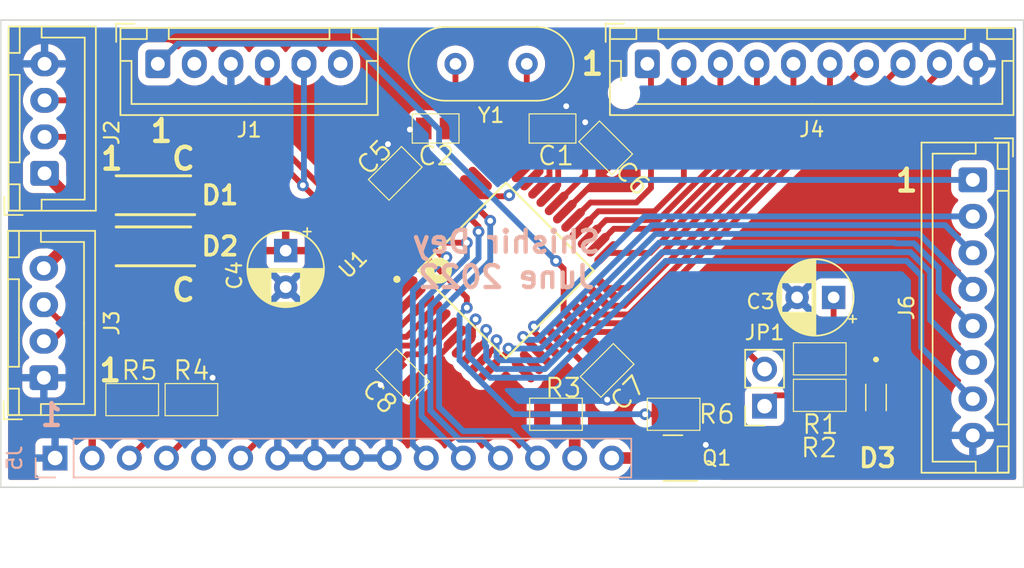
<source format=kicad_pcb>
(kicad_pcb (version 20211014) (generator pcbnew)
  (layers (0 "F.Cu" signal) (31 "B.Cu" signal) (34 "B.Paste" user) (35 "F.Paste" user) (36 "B.SilkS" user "B.Silkscreen") (37 "F.SilkS" user "F.Silkscreen") (38 "B.Mask" user) (39 "F.Mask" user) (44 "Edge.Cuts" user))
  (net 0 "")
  (net 1 "CLKIN")
  (net 2 "GND")
  (net 3 "CLKOUT")
  (net 4 "Net-(C3-Pad1)")
  (net 5 "+5V")
  (net 6 "UART1_+5V")
  (net 7 "UART2_+5V")
  (net 8 "PICkit4_MCLR")
  (net 9 "PICkit4_VDD")
  (net 10 "PICkit4_PGD")
  (net 11 "PICkit4_PGC")
  (net 13 "UART2_RX")
  (net 14 "UART2_TX")
  (net 15 "ADC0")
  (net 16 "ADC1")
  (net 17 "ADC2")
  (net 18 "ADC3")
  (net 19 "ADC4")
  (net 20 "ADC5")
  (net 21 "ADC6")
  (net 22 "ADC7")
  (net 23 "ADC8")
  (net 24 "Net-(J5-Pad3)")
  (net 25 "LCD_CS_RS")
  (net 26 "LCD_WR_ENABLE")
  (net 27 "LCD_DATA0")
  (net 28 "LCD_DATA1")
  (net 29 "LCD_DATA2")
  (net 30 "LCD_DATA3")
  (net 31 "Net-(J5-Pad15)")
  (net 32 "Net-(J5-Pad16)")
  (net 33 "PWM1L")
  (net 34 "PWM1H")
  (net 35 "PWM2L")
  (net 36 "PWM2H")
  (net 37 "PWM3L")
  (net 38 "PWM3H")
  (net 39 "FAULT")
  (net 40 "Net-(JP1-Pad1)")
  (net 41 "Net-(Q1-Pad1)")
  (net 42 "LCD_BACKLIGHT")
  (footprint "ComponentSearchEngine:RESC2012X60N" (layer "F.Cu") (at 170.05 139)
    (fp_text reference "R6" (at 2.95 0) (layer "F.SilkS") (effects (font (size 1.27 1.27))))
    (fp_text value "22E" hide)
    (pad "1" smd rect locked (at -0.95 0) (size 1.1 1.55) (layers "F.Cu" "F.Paste" "F.Mask") (net 42 "LCD_BACKLIGHT"))
    (pad "2" smd rect locked (at 0.95 0) (size 1.1 1.55) (layers "F.Cu" "F.Paste" "F.Mask") (net 41 "Net-(Q1-Pad1)"))
  )
  (footprint "Crystal:Crystal_HC49-U_Vertical" (layer "F.Cu") (at 160 115 180)
    (fp_text reference "Y1" (at 2.44 -3.525) (layer "F.SilkS"))
    (fp_text value "Crystal")
    (pad "1" thru_hole circle locked (at 0 0 180) (size 1.5 1.5) (drill 0.8) (layers *.Cu *.Mask) (net 1 "CLKIN"))
    (pad "2" thru_hole circle locked (at 4.88 0 180) (size 1.5 1.5) (drill 0.8) (layers *.Cu *.Mask) (net 3 "CLKOUT"))
  )
  (footprint "dsPIC30F3011:Microchip-DSPIC30F3011-30I_PT-Level_A" (layer "F.Cu") (at 158.572756 129.15481 45)
    (fp_text reference "U1" (at -8.199998 -7.7 45) (layer "F.SilkS") (effects (justify left)))
    (fp_text value "DSPIC30F3011-30I_PT" hide)
    (pad "1" smd roundrect locked (at -5.699999 -4.000001 315) (size 0.599999 2.050001) (layers "F.Cu" "F.Paste" "F.Mask") (roundrect_rratio 0.5) (net 11 "PICkit4_PGC"))
    (pad "2" smd roundrect locked (at -5.699999 -3.200001 315) (size 0.599999 2.050001) (layers "F.Cu" "F.Paste" "F.Mask") (roundrect_rratio 0.5) (net 14 "UART2_TX"))
    (pad "3" smd roundrect locked (at -5.699999 -2.4 315) (size 0.599999 2.050001) (layers "F.Cu" "F.Paste" "F.Mask") (roundrect_rratio 0.5) (net 13 "UART2_RX"))
    (pad "4" smd roundrect locked (at -5.699999 -1.600002 315) (size 0.599999 2.050001) (layers "F.Cu" "F.Paste" "F.Mask") (roundrect_rratio 0.5) (net 25 "LCD_CS_RS"))
    (pad "5" smd roundrect locked (at -5.699999 -0.800001 315) (size 0.599999 2.050001) (layers "F.Cu" "F.Paste" "F.Mask") (roundrect_rratio 0.5) (net 26 "LCD_WR_ENABLE"))
    (pad "6" smd roundrect locked (at -5.699999 -0.000004 315) (size 0.599999 2.050001) (layers "F.Cu" "F.Paste" "F.Mask") (roundrect_rratio 0.5) (net 2 "GND"))
    (pad "7" smd roundrect locked (at -5.699999 0.799998 315) (size 0.599999 2.050001) (layers "F.Cu" "F.Paste" "F.Mask") (roundrect_rratio 0.5) (net 5 "+5V"))
    (pad "8" smd roundrect locked (at -5.699999 1.599999 315) (size 0.599999 2.050001) (layers "F.Cu" "F.Paste" "F.Mask") (roundrect_rratio 0.5) (net 38 "PWM3H"))
    (pad "9" smd roundrect locked (at -5.699999 2.399998 315) (size 0.599999 2.050001) (layers "F.Cu" "F.Paste" "F.Mask") (roundrect_rratio 0.5) (net 37 "PWM3L"))
    (pad "10" smd roundrect locked (at -5.699999 3.199999 315) (size 0.599999 2.050001) (layers "F.Cu" "F.Paste" "F.Mask") (roundrect_rratio 0.5) (net 36 "PWM2H"))
    (pad "11" smd roundrect locked (at -5.699999 4 315) (size 0.599999 2.050001) (layers "F.Cu" "F.Paste" "F.Mask") (roundrect_rratio 0.5) (net 35 "PWM2L"))
    (pad "12" smd roundrect locked (at -4 5.699999 45) (size 0.599999 2.050001) (layers "F.Cu" "F.Paste" "F.Mask") (roundrect_rratio 0.5))
    (pad "13" smd roundrect locked (at -3.199999 5.699999 45) (size 0.599999 2.050001) (layers "F.Cu" "F.Paste" "F.Mask") (roundrect_rratio 0.5))
    (pad "14" smd roundrect locked (at -2.399998 5.699999 45) (size 0.599999 2.050001) (layers "F.Cu" "F.Paste" "F.Mask") (roundrect_rratio 0.5) (net 34 "PWM1H"))
    (pad "15" smd roundrect locked (at -1.599999 5.699999 45) (size 0.599999 2.050001) (layers "F.Cu" "F.Paste" "F.Mask") (roundrect_rratio 0.5) (net 33 "PWM1L"))
    (pad "16" smd roundrect locked (at -0.799998 5.699999 45) (size 0.599999 2.050001) (layers "F.Cu" "F.Paste" "F.Mask") (roundrect_rratio 0.5) (net 2 "GND"))
    (pad "17" smd roundrect locked (at 0.000001 5.699999 45) (size 0.599999 2.050001) (layers "F.Cu" "F.Paste" "F.Mask") (roundrect_rratio 0.5) (net 5 "+5V"))
    (pad "18" smd roundrect locked (at 0.800001 5.699999 45) (size 0.599999 2.050001) (layers "F.Cu" "F.Paste" "F.Mask") (roundrect_rratio 0.5) (net 8 "PICkit4_MCLR"))
    (pad "19" smd roundrect locked (at 1.600002 5.699999 45) (size 0.599999 2.050001) (layers "F.Cu" "F.Paste" "F.Mask") (roundrect_rratio 0.5) (net 15 "ADC0"))
    (pad "20" smd roundrect locked (at 2.4 5.699999 45) (size 0.599999 2.050001) (layers "F.Cu" "F.Paste" "F.Mask") (roundrect_rratio 0.5) (net 16 "ADC1"))
    (pad "21" smd roundrect locked (at 3.200001 5.699999 45) (size 0.599999 2.050001) (layers "F.Cu" "F.Paste" "F.Mask") (roundrect_rratio 0.5) (net 17 "ADC2"))
    (pad "22" smd roundrect locked (at 4.000001 5.699999 45) (size 0.599999 2.050001) (layers "F.Cu" "F.Paste" "F.Mask") (roundrect_rratio 0.5) (net 18 "ADC3"))
    (pad "23" smd roundrect locked (at 5.700001 4 315) (size 0.599999 2.050001) (layers "F.Cu" "F.Paste" "F.Mask") (roundrect_rratio 0.5) (net 19 "ADC4"))
    (pad "24" smd roundrect locked (at 5.700001 3.199999 315) (size 0.599999 2.050001) (layers "F.Cu" "F.Paste" "F.Mask") (roundrect_rratio 0.5) (net 20 "ADC5"))
    (pad "25" smd roundrect locked (at 5.700001 2.399998 315) (size 0.599999 2.050001) (layers "F.Cu" "F.Paste" "F.Mask") (roundrect_rratio 0.5) (net 21 "ADC6"))
    (pad "26" smd roundrect locked (at 5.700001 1.599999 315) (size 0.599999 2.050001) (layers "F.Cu" "F.Paste" "F.Mask") (roundrect_rratio 0.5) (net 22 "ADC7"))
    (pad "27" smd roundrect locked (at 5.700001 0.799998 315) (size 0.599999 2.050001) (layers "F.Cu" "F.Paste" "F.Mask") (roundrect_rratio 0.5) (net 23 "ADC8"))
    (pad "28" smd roundrect locked (at 5.700001 -0.000004 315) (size 0.599999 2.050001) (layers "F.Cu" "F.Paste" "F.Mask") (roundrect_rratio 0.5) (net 5 "+5V"))
    (pad "29" smd roundrect locked (at 5.700001 -0.800001 315) (size 0.599999 2.050001) (layers "F.Cu" "F.Paste" "F.Mask") (roundrect_rratio 0.5) (net 2 "GND"))
    (pad "30" smd roundrect locked (at 5.700001 -1.600002 315) (size 0.599999 2.050001) (layers "F.Cu" "F.Paste" "F.Mask") (roundrect_rratio 0.5) (net 1 "CLKIN"))
    (pad "31" smd roundrect locked (at 5.700001 -2.4 315) (size 0.599999 2.050001) (layers "F.Cu" "F.Paste" "F.Mask") (roundrect_rratio 0.5) (net 3 "CLKOUT"))
    (pad "32" smd roundrect locked (at 5.700001 -3.200001 315) (size 0.599999 2.050001) (layers "F.Cu" "F.Paste" "F.Mask") (roundrect_rratio 0.5))
    (pad "33" smd roundrect locked (at 5.700001 -4.000001 315) (size 0.599999 2.050001) (layers "F.Cu" "F.Paste" "F.Mask") (roundrect_rratio 0.5))
    (pad "34" smd roundrect locked (at 4.000001 -5.700001 45) (size 0.599999 2.050001) (layers "F.Cu" "F.Paste" "F.Mask") (roundrect_rratio 0.5))
    (pad "35" smd roundrect locked (at 3.200001 -5.700001 45) (size 0.599999 2.050001) (layers "F.Cu" "F.Paste" "F.Mask") (roundrect_rratio 0.5))
    (pad "36" smd roundrect locked (at 2.4 -5.700001 45) (size 0.599999 2.050001) (layers "F.Cu" "F.Paste" "F.Mask") (roundrect_rratio 0.5) (net 39 "FAULT"))
    (pad "37" smd roundrect locked (at 1.600002 -5.700001 45) (size 0.599999 2.050001) (layers "F.Cu" "F.Paste" "F.Mask") (roundrect_rratio 0.5) (net 30 "LCD_DATA3"))
    (pad "38" smd roundrect locked (at 0.800001 -5.700001 45) (size 0.599999 2.050001) (layers "F.Cu" "F.Paste" "F.Mask") (roundrect_rratio 0.5) (net 29 "LCD_DATA2"))
    (pad "39" smd roundrect locked (at 0.000001 -5.700001 45) (size 0.599999 2.050001) (layers "F.Cu" "F.Paste" "F.Mask") (roundrect_rratio 0.5) (net 2 "GND"))
    (pad "40" smd roundrect locked (at -0.799998 -5.700001 45) (size 0.599999 2.050001) (layers "F.Cu" "F.Paste" "F.Mask") (roundrect_rratio 0.5) (net 5 "+5V"))
    (pad "41" smd roundrect locked (at -1.599999 -5.700001 45) (size 0.599999 2.050001) (layers "F.Cu" "F.Paste" "F.Mask") (roundrect_rratio 0.5) (net 28 "LCD_DATA1"))
    (pad "42" smd roundrect locked (at -2.399998 -5.700001 45) (size 0.599999 2.050001) (layers "F.Cu" "F.Paste" "F.Mask") (roundrect_rratio 0.5) (net 27 "LCD_DATA0"))
    (pad "43" smd roundrect locked (at -3.199999 -5.700001 45) (size 0.599999 2.050001) (layers "F.Cu" "F.Paste" "F.Mask") (roundrect_rratio 0.5) (net 42 "LCD_BACKLIGHT"))
    (pad "44" smd roundrect locked (at -4 -5.700001 45) (size 0.599999 2.050001) (layers "F.Cu" "F.Paste" "F.Mask") (roundrect_rratio 0.5) (net 10 "PICkit4_PGD"))
  )
  (footprint "ComponentSearchEngine:CAPC2012X90N" (layer "F.Cu") (at 165.5 136 -135)
    (fp_text reference "C7" (at 0.102893 -2.12132 45) (layer "F.SilkS") (effects (font (size 1.27 1.27))))
    (fp_text value "104, 0805" hide)
    (pad "1" smd rect locked (at -0.81 0 225) (size 1.06 1.49) (layers "F.Cu" "F.Paste" "F.Mask") (net 5 "+5V"))
    (pad "2" smd rect locked (at 0.81 0 225) (size 1.06 1.49) (layers "F.Cu" "F.Paste" "F.Mask") (net 2 "GND"))
  )
  (footprint "Connector_PinSocket_2.54mm:PinSocket_1x02_P2.54mm_Vertical" (layer "F.Cu") (at 176.275 138.45 180)
    (fp_text reference "JP1" (at 0 5.04) (layer "F.SilkS"))
    (fp_text value "Jumper")
    (pad "1" thru_hole rect locked (at 0 0 180) (size 1.7 1.7) (drill 1) (layers *.Cu *.Mask) (net 40 "Net-(JP1-Pad1)"))
    (pad "2" thru_hole oval locked (at 0 2.54 180) (size 1.7 1.7) (drill 1) (layers *.Cu *.Mask) (net 8 "PICkit4_MCLR"))
  )
  (footprint "ComponentSearchEngine:CAPC2012X90N" (layer "F.Cu") (at 151 122.5 45)
    (fp_text reference "C5" (at -0.250661 -1.767767 45) (layer "F.SilkS") (effects (font (size 1.27 1.27))))
    (fp_text value "104, 0805" hide)
    (pad "1" smd rect locked (at -0.81 0 45) (size 1.06 1.49) (layers "F.Cu" "F.Paste" "F.Mask") (net 5 "+5V"))
    (pad "2" smd rect locked (at 0.81 0 45) (size 1.06 1.49) (layers "F.Cu" "F.Paste" "F.Mask") (net 2 "GND"))
  )
  (footprint "ComponentSearchEngine:CAPC2012X90N" (layer "F.Cu") (at 153.762756 119.427244 180)
    (fp_text reference "C2" (at -0.037244 -1.872756) (layer "F.SilkS") (effects (font (size 1.27 1.27))))
    (fp_text value "22pf, 0805" hide)
    (pad "1" smd rect locked (at -0.81 0 180) (size 1.06 1.49) (layers "F.Cu" "F.Paste" "F.Mask") (net 3 "CLKOUT"))
    (pad "2" smd rect locked (at 0.81 0 180) (size 1.06 1.49) (layers "F.Cu" "F.Paste" "F.Mask") (net 2 "GND"))
  )
  (footprint "ComponentSearchEngine:CAPC2012X90N" (layer "F.Cu") (at 161.762756 119.427244)
    (fp_text reference "C1" (at 0.237244 1.872756) (layer "F.SilkS") (effects (font (size 1.27 1.27))))
    (fp_text value "22pf, 0805" hide)
    (pad "1" smd rect locked (at -0.81 0) (size 1.06 1.49) (layers "F.Cu" "F.Paste" "F.Mask") (net 1 "CLKIN"))
    (pad "2" smd rect locked (at 0.81 0) (size 1.06 1.49) (layers "F.Cu" "F.Paste" "F.Mask") (net 2 "GND"))
  )
  (footprint "Connector_JST:JST_XH_B10B-XH-AM_1x10_P2.50mm_Vertical" (layer "F.Cu") (at 168.25 115)
    (fp_text reference "J4" (at 11.25 4.5) (layer "F.SilkS"))
    (fp_text value "10 pin JST 2.54")
    (pad "" np_thru_hole circle locked (at -1.6 2) (size 1.2 1.2) (drill 1.2) (layers *.Cu *.Mask))
    (pad "1" thru_hole roundrect locked (at 0 0) (size 1.7 1.95) (drill 0.95) (layers *.Cu *.Mask) (roundrect_rratio 0.1470588235) (net 23 "ADC8"))
    (pad "2" thru_hole oval locked (at 2.5 0) (size 1.7 1.95) (drill 0.95) (layers *.Cu *.Mask) (net 22 "ADC7"))
    (pad "3" thru_hole oval locked (at 5 0) (size 1.7 1.95) (drill 0.95) (layers *.Cu *.Mask) (net 21 "ADC6"))
    (pad "4" thru_hole oval locked (at 7.5 0) (size 1.7 1.95) (drill 0.95) (layers *.Cu *.Mask) (net 20 "ADC5"))
    (pad "5" thru_hole oval locked (at 10 0) (size 1.7 1.95) (drill 0.95) (layers *.Cu *.Mask) (net 19 "ADC4"))
    (pad "6" thru_hole oval locked (at 12.5 0) (size 1.7 1.95) (drill 0.95) (layers *.Cu *.Mask) (net 18 "ADC3"))
    (pad "7" thru_hole oval locked (at 15 0) (size 1.7 1.95) (drill 0.95) (layers *.Cu *.Mask) (net 17 "ADC2"))
    (pad "8" thru_hole oval locked (at 17.5 0) (size 1.7 1.95) (drill 0.95) (layers *.Cu *.Mask) (net 16 "ADC1"))
    (pad "9" thru_hole oval locked (at 20 0) (size 1.7 1.95) (drill 0.95) (layers *.Cu *.Mask) (net 15 "ADC0"))
    (pad "10" thru_hole oval locked (at 22.5 0) (size 1.7 1.95) (drill 0.95) (layers *.Cu *.Mask) (net 2 "GND"))
  )
  (footprint "ComponentSearchEngine:CAPC2012X90N" (layer "F.Cu") (at 151.5 136.354488 135)
    (fp_text reference "C8" (at 0.102893 -2.12132 135) (layer "F.SilkS") (effects (font (size 1.27 1.27))))
    (fp_text value "104, 0805" hide)
    (pad "1" smd rect locked (at -0.81 0 135) (size 1.06 1.49) (layers "F.Cu" "F.Paste" "F.Mask") (net 5 "+5V"))
    (pad "2" smd rect locked (at 0.81 0 135) (size 1.06 1.49) (layers "F.Cu" "F.Paste" "F.Mask") (net 2 "GND"))
  )
  (footprint "ComponentSearchEngine:CAPC2012X90N" (layer "F.Cu") (at 165.4 120.754488 135)
    (fp_text reference "C6" (at -2.76566 -0.16566 135) (layer "F.SilkS") (effects (font (size 1.27 1.27))))
    (fp_text value "104, 0805" hide)
    (pad "1" smd rect locked (at -0.81 0 135) (size 1.06 1.49) (layers "F.Cu" "F.Paste" "F.Mask") (net 5 "+5V"))
    (pad "2" smd rect locked (at 0.81 0 135) (size 1.06 1.49) (layers "F.Cu" "F.Paste" "F.Mask") (net 2 "GND"))
  )
  (footprint "ComponentSearchEngine:RESC2012X60N" (layer "F.Cu") (at 180.05 137.705113)
    (fp_text reference "R2" (at -0.05 3.594887) (layer "F.SilkS") (effects (font (size 1.27 1.27))))
    (fp_text value "470E,0805" hide)
    (pad "1" smd rect locked (at -0.95 0) (size 1.1 1.55) (layers "F.Cu" "F.Paste" "F.Mask") (net 40 "Net-(JP1-Pad1)"))
    (pad "2" smd rect locked (at 0.95 0) (size 1.1 1.55) (layers "F.Cu" "F.Paste" "F.Mask") (net 4 "Net-(C3-Pad1)"))
  )
  (footprint "ComponentSearchEngine:RESC2012X60N" (layer "F.Cu") (at 133 138 180)
    (fp_text reference "R5" (at -0.5 2) (layer "F.SilkS") (effects (font (size 1.27 1.27))))
    (fp_text value "9.1K" hide)
    (pad "1" smd rect locked (at -0.95 0 180) (size 1.1 1.55) (layers "F.Cu" "F.Paste" "F.Mask") (net 24 "Net-(J5-Pad3)"))
    (pad "2" smd rect locked (at 0.95 0 180) (size 1.1 1.55) (layers "F.Cu" "F.Paste" "F.Mask") (net 5 "+5V"))
  )
  (footprint "ComponentSearchEngine:RESC2012X60N" (layer "F.Cu") (at 137.05 138 180)
    (fp_text reference "R4" (at 0 2) (layer "F.SilkS") (effects (font (size 1.27 1.27))))
    (fp_text value "1K" hide)
    (pad "1" smd rect locked (at -0.95 0 180) (size 1.1 1.55) (layers "F.Cu" "F.Paste" "F.Mask") (net 2 "GND"))
    (pad "2" smd rect locked (at 0.95 0 180) (size 1.1 1.55) (layers "F.Cu" "F.Paste" "F.Mask") (net 24 "Net-(J5-Pad3)"))
  )
  (footprint "ComponentSearchEngine:DIOM5127X229N" (layer "F.Cu") (at 134.45 127.5 180)
    (fp_text reference "D2" (at -4.55 0) (layer "F.SilkS") (effects (font (size 1.27 1.27) (thickness 0.254))))
    (fp_text value "D" hide)
    (pad "1" smd rect locked (at -2.05 0 270) (size 1.55 2.2) (layers "F.Cu" "F.Paste" "F.Mask") (net 5 "+5V"))
    (pad "2" smd rect locked (at 2.05 0 270) (size 1.55 2.2) (layers "F.Cu" "F.Paste" "F.Mask") (net 7 "UART2_+5V"))
  )
  (footprint "Connector_JST:JST_XH_B4B-XH-A_1x04_P2.50mm_Vertical" (layer "F.Cu") (at 127 122.5 90)
    (fp_text reference "J2" (at 2.8 4.6 90) (layer "F.SilkS"))
    (fp_text value "4 pin JST 2.54")
    (pad "1" thru_hole roundrect locked (at 0 0 90) (size 1.7 1.95) (drill 0.95) (layers *.Cu *.Mask) (roundrect_rratio 0.1470588235) (net 6 "UART1_+5V"))
    (pad "2" thru_hole oval locked (at 2.5 0 90) (size 1.7 1.95) (drill 0.95) (layers *.Cu *.Mask) (net 11 "PICkit4_PGC"))
    (pad "3" thru_hole oval locked (at 5 0 90) (size 1.7 1.95) (drill 0.95) (layers *.Cu *.Mask) (net 10 "PICkit4_PGD"))
    (pad "4" thru_hole oval locked (at 7.5 0 90) (size 1.7 1.95) (drill 0.95) (layers *.Cu *.Mask) (net 2 "GND"))
  )
  (footprint "Connector_JST:JST_XH_B6B-XH-A_1x06_P2.50mm_Vertical" (layer "F.Cu") (at 134.75 115)
    (fp_text reference "J1" (at 6.25 4.525) (layer "F.SilkS"))
    (fp_text value "Conn_PIC_ICSP_ICD")
    (pad "1" thru_hole roundrect locked (at 0 0) (size 1.7 1.95) (drill 0.95) (layers *.Cu *.Mask) (roundrect_rratio 0.1470588235) (net 8 "PICkit4_MCLR"))
    (pad "2" thru_hole oval locked (at 2.5 0) (size 1.7 1.95) (drill 0.95) (layers *.Cu *.Mask) (net 9 "PICkit4_VDD"))
    (pad "3" thru_hole oval locked (at 5 0) (size 1.7 1.95) (drill 0.95) (layers *.Cu *.Mask) (net 2 "GND"))
    (pad "4" thru_hole oval locked (at 7.5 0) (size 1.7 1.95) (drill 0.95) (layers *.Cu *.Mask) (net 10 "PICkit4_PGD"))
    (pad "5" thru_hole oval locked (at 10 0) (size 1.7 1.95) (drill 0.95) (layers *.Cu *.Mask) (net 11 "PICkit4_PGC"))
    (pad "6" thru_hole oval locked (at 12.5 0) (size 1.7 1.95) (drill 0.95) (layers *.Cu *.Mask))
  )
  (footprint "Capacitor_THT:CP_Radial_D5.0mm_P2.50mm" (layer "F.Cu") (at 143.5 127.794888 -90)
    (fp_text reference "C4" (at 1.705112 3.5 90) (layer "F.SilkS"))
    (fp_text value "10nF, 63V")
    (pad "1" thru_hole rect locked (at 0 0 270) (size 1.6 1.6) (drill 0.8) (layers *.Cu *.Mask) (net 5 "+5V"))
    (pad "2" thru_hole circle locked (at 2.5 0 270) (size 1.6 1.6) (drill 0.8) (layers *.Cu *.Mask) (net 2 "GND"))
  )
  (footprint "Package_TO_SOT_SMD:SOT-23" (layer "F.Cu") (at 170 142 180)
    (fp_text reference "Q1" (at -3 0) (layer "F.SilkS"))
    (fp_text value "BC847, SOT-23")
    (pad "1" smd roundrect locked (at -0.9375 -0.95 180) (size 1.475 0.6) (layers "F.Cu" "F.Paste" "F.Mask") (net 41 "Net-(Q1-Pad1)"))
    (pad "2" smd roundrect locked (at -0.9375 0.95 180) (size 1.475 0.6) (layers "F.Cu" "F.Paste" "F.Mask") (net 2 "GND"))
    (pad "3" smd roundrect locked (at 0.9375 0 180) (size 1.475 0.6) (layers "F.Cu" "F.Paste" "F.Mask") (net 32 "Net-(J5-Pad16)"))
  )
  (footprint "ComponentSearchEngine:FDLL4448" (layer "F.Cu") (at 183.9 137.85 -90)
    (fp_text reference "D3" (at 4.15 -0.1 180) (layer "F.SilkS") (effects (font (size 1.27 1.27) (thickness 0.254))))
    (fp_text value "CLL4148" hide)
    (pad "1" smd rect locked (at -1.65 0 270) (size 1.15 1.65) (layers "F.Cu" "F.Paste" "F.Mask") (net 5 "+5V"))
    (pad "2" smd rect locked (at 1.65 0 270) (size 1.15 1.65) (layers "F.Cu" "F.Paste" "F.Mask") (net 4 "Net-(C3-Pad1)"))
  )
  (footprint "ComponentSearchEngine:DIOM5127X229N" (layer "F.Cu") (at 134.45 124 180)
    (fp_text reference "D1" (at -4.55 0) (layer "F.SilkS") (effects (font (size 1.27 1.27) (thickness 0.254))))
    (fp_text value "D" hide)
    (pad "1" smd rect locked (at -2.05 0 270) (size 1.55 2.2) (layers "F.Cu" "F.Paste" "F.Mask") (net 5 "+5V"))
    (pad "2" smd rect locked (at 2.05 0 270) (size 1.55 2.2) (layers "F.Cu" "F.Paste" "F.Mask") (net 6 "UART1_+5V"))
  )
  (footprint "Connector_JST:JST_XH_B8B-XH-A_1x08_P2.50mm_Vertical" (layer "F.Cu") (at 190.525 122.95 -90)
    (fp_text reference "J6" (at 8.75 4.525 90) (layer "F.SilkS"))
    (fp_text value "8 pin JST 2.54")
    (pad "1" thru_hole roundrect locked (at 0 0 270) (size 1.7 1.95) (drill 0.95) (layers *.Cu *.Mask) (roundrect_rratio 0.1470588235) (net 39 "FAULT"))
    (pad "2" thru_hole oval locked (at 2.5 0 270) (size 1.7 1.95) (drill 0.95) (layers *.Cu *.Mask) (net 33 "PWM1L"))
    (pad "3" thru_hole oval locked (at 5 0 270) (size 1.7 1.95) (drill 0.95) (layers *.Cu *.Mask) (net 34 "PWM1H"))
    (pad "4" thru_hole oval locked (at 7.5 0 270) (size 1.7 1.95) (drill 0.95) (layers *.Cu *.Mask) (net 35 "PWM2L"))
    (pad "5" thru_hole oval locked (at 10 0 270) (size 1.7 1.95) (drill 0.95) (layers *.Cu *.Mask) (net 36 "PWM2H"))
    (pad "6" thru_hole oval locked (at 12.5 0 270) (size 1.7 1.95) (drill 0.95) (layers *.Cu *.Mask) (net 37 "PWM3L"))
    (pad "7" thru_hole oval locked (at 15 0 270) (size 1.7 1.95) (drill 0.95) (layers *.Cu *.Mask) (net 38 "PWM3H"))
    (pad "8" thru_hole oval locked (at 17.5 0 270) (size 1.7 1.95) (drill 0.95) (layers *.Cu *.Mask) (net 2 "GND"))
  )
  (footprint "ComponentSearchEngine:RESC2012X60N" (layer "F.Cu") (at 180.05 135.205113)
    (fp_text reference "R1" (at 0.05 4.494887) (layer "F.SilkS") (effects (font (size 1.27 1.27))))
    (fp_text value "22K,0805" hide)
    (pad "1" smd rect locked (at -0.95 0) (size 1.1 1.55) (layers "F.Cu" "F.Paste" "F.Mask") (net 5 "+5V"))
    (pad "2" smd rect locked (at 0.95 0) (size 1.1 1.55) (layers "F.Cu" "F.Paste" "F.Mask") (net 4 "Net-(C3-Pad1)"))
  )
  (footprint "Connector_JST:JST_XH_B4B-XH-A_1x04_P2.50mm_Vertical" (layer "F.Cu") (at 126.95 136.5 90)
    (fp_text reference "J3" (at 3.75 4.65 90) (layer "F.SilkS"))
    (fp_text value "4 pin JST 2.54")
    (pad "1" thru_hole roundrect locked (at 0 0 90) (size 1.7 1.95) (drill 0.95) (layers *.Cu *.Mask) (roundrect_rratio 0.1470588235) (net 2 "GND"))
    (pad "2" thru_hole oval locked (at 2.5 0 90) (size 1.7 1.95) (drill 0.95) (layers *.Cu *.Mask) (net 13 "UART2_RX"))
    (pad "3" thru_hole oval locked (at 5 0 90) (size 1.7 1.95) (drill 0.95) (layers *.Cu *.Mask) (net 14 "UART2_TX"))
    (pad "4" thru_hole oval locked (at 7.5 0 90) (size 1.7 1.95) (drill 0.95) (layers *.Cu *.Mask) (net 7 "UART2_+5V"))
  )
  (footprint "ComponentSearchEngine:RESC2012X60N" (layer "F.Cu") (at 162 139)
    (fp_text reference "R3" (at 0.5 -1.8) (layer "F.SilkS") (effects (font (size 1.27 1.27))))
    (fp_text value "SHORT" hide)
    (pad "1" smd rect locked (at -0.95 0) (size 1.1 1.55) (layers "F.Cu" "F.Paste" "F.Mask") (net 5 "+5V"))
    (pad "2" smd rect locked (at 0.95 0) (size 1.1 1.55) (layers "F.Cu" "F.Paste" "F.Mask") (net 31 "Net-(J5-Pad15)"))
  )
  (footprint "Capacitor_THT:CP_Radial_D5.0mm_P2.50mm" (layer "F.Cu") (at 181 131 180)
    (fp_text reference "C3" (at 5 -0.284) (layer "F.SilkS"))
    (fp_text value "2.2uF, 25V")
    (pad "1" thru_hole rect locked (at 0 0 180) (size 1.6 1.6) (drill 0.8) (layers *.Cu *.Mask) (net 4 "Net-(C3-Pad1)"))
    (pad "2" thru_hole circle locked (at 2.5 0 180) (size 1.6 1.6) (drill 0.8) (layers *.Cu *.Mask) (net 2 "GND"))
  )
  (footprint "Connector_PinSocket_2.54mm:PinSocket_1x16_P2.54mm_Vertical" (layer "B.Cu") (at 127.72 142 -90)
    (fp_text reference "J5" (at 0 2.77 90) (layer "B.SilkS") (effects (justify mirror)))
    (fp_text value "16 pin header 2.54")
    (pad "1" thru_hole rect locked (at 0 0 270) (size 1.7 1.7) (drill 1) (layers *.Cu *.Mask) (net 2 "GND"))
    (pad "2" thru_hole oval locked (at 0 -2.54 270) (size 1.7 1.7) (drill 1) (layers *.Cu *.Mask) (net 5 "+5V"))
    (pad "3" thru_hole oval locked (at 0 -5.08 270) (size 1.7 1.7) (drill 1) (layers *.Cu *.Mask) (net 24 "Net-(J5-Pad3)"))
    (pad "4" thru_hole oval locked (at 0 -7.62 270) (size 1.7 1.7) (drill 1) (layers *.Cu *.Mask) (net 25 "LCD_CS_RS"))
    (pad "5" thru_hole oval locked (at 0 -10.16 270) (size 1.7 1.7) (drill 1) (layers *.Cu *.Mask) (net 2 "GND"))
    (pad "6" thru_hole oval locked (at 0 -12.7 270) (size 1.7 1.7) (drill 1) (layers *.Cu *.Mask) (net 26 "LCD_WR_ENABLE"))
    (pad "7" thru_hole oval locked (at 0 -15.24 270) (size 1.7 1.7) (drill 1) (layers *.Cu *.Mask) (net 2 "GND"))
    (pad "8" thru_hole oval locked (at 0 -17.78 270) (size 1.7 1.7) (drill 1) (layers *.Cu *.Mask) (net 2 "GND"))
    (pad "9" thru_hole oval locked (at 0 -20.32 270) (size 1.7 1.7) (drill 1) (layers *.Cu *.Mask) (net 2 "GND"))
    (pad "10" thru_hole oval locked (at 0 -22.86 270) (size 1.7 1.7) (drill 1) (layers *.Cu *.Mask) (net 2 "GND"))
    (pad "11" thru_hole oval locked (at 0 -25.4 270) (size 1.7 1.7) (drill 1) (layers *.Cu *.Mask) (net 27 "LCD_DATA0"))
    (pad "12" thru_hole oval locked (at 0 -27.94 270) (size 1.7 1.7) (drill 1) (layers *.Cu *.Mask) (net 28 "LCD_DATA1"))
    (pad "13" thru_hole oval locked (at 0 -30.48 270) (size 1.7 1.7) (drill 1) (layers *.Cu *.Mask) (net 29 "LCD_DATA2"))
    (pad "14" thru_hole oval locked (at 0 -33.02 270) (size 1.7 1.7) (drill 1) (layers *.Cu *.Mask) (net 30 "LCD_DATA3"))
    (pad "15" thru_hole oval locked (at 0 -35.56 270) (size 1.7 1.7) (drill 1) (layers *.Cu *.Mask) (net 31 "Net-(J5-Pad15)"))
    (pad "16" thru_hole oval locked (at 0 -38.1 270) (size 1.7 1.7) (drill 1) (layers *.Cu *.Mask) (net 32 "Net-(J5-Pad16)"))
  )
  (gr_line (start 194 118) (end 194 112) (layer "Edge.Cuts") (width 0.1))
  (gr_line (start 194 112) (end 124 112) (layer "Edge.Cuts") (width 0.1))
  (gr_line (start 124 112) (end 124 144) (layer "Edge.Cuts") (width 0.1))
  (gr_line (start 194 144) (end 194 118) (layer "Edge.Cuts") (width 0.1))
  (gr_line (start 124 144) (end 194 144) (layer "Edge.Cuts") (width 0.1))
  (gr_text "1" (at 127.475 139.06) (layer "B.SilkS") (effects (font (size 1.5 1.5) (thickness 0.3)) (justify mirror)))
  (gr_text "Shishir Dey\nJune 2022" (at 158.6 128.4) (layer "B.SilkS") (effects (font (size 1.5 1.5) (thickness 0.3)) (justify mirror)))
  (gr_text "1" (at 135 119.6) (layer "F.SilkS") (effects (font (size 1.5 1.5) (thickness 0.3))))
  (gr_text "C" (at 136.5 121.5) (layer "F.SilkS") (effects (font (size 1.5 1.5) (thickness 0.3))))
  (gr_text "1" (at 164.5 115) (layer "F.SilkS") (effects (font (size 1.5 1.5) (thickness 0.3))))
  (gr_text "1" (at 131.5 136) (layer "F.SilkS") (effects (font (size 1.5 1.5) (thickness 0.3))))
  (gr_text "1" (at 131.6 121.5) (layer "F.SilkS") (effects (font (size 1.5 1.5) (thickness 0.3))))
  (gr_text "C" (at 136.5 130.5) (layer "F.SilkS") (effects (font (size 1.5 1.5) (thickness 0.3))))
  (gr_text "1" (at 186 123) (layer "F.SilkS") (effects (font (size 1.5 1.5) (thickness 0.3))))
  (segment (start 160 115) (end 160 118.474488) (width 0.4) (layer "F.Cu") (net 1))
  (segment (start 160.952756 120.61138) (end 160.952756 119.427244) (width 0.4) (layer "F.Cu") (net 1))
  (segment (start 162.152205 121.810829) (end 160.952756 120.61138) (width 0.4) (layer "F.Cu") (net 1))
  (segment (start 161.471893 123.992928) (end 162.152205 123.312616) (width 0.4) (layer "F.Cu") (net 1))
  (segment (start 162.152205 123.312616) (end 162.152205 121.810829) (width 0.4) (layer "F.Cu") (net 1))
  (segment (start 160 118.474488) (end 160.952756 119.427244) (width 0.4) (layer "F.Cu") (net 1))
  (segment (start 154.542247 125.1243) (end 151.572756 122.154809) (width 0.4) (layer "F.Cu") (net 2))
  (segment (start 150.5 120.854488) (end 151.572756 121.927244) (width 0.8) (layer "F.Cu") (net 2))
  (segment (start 151.810932 134.898044) (end 150.927244 135.781732) (width 0.4) (layer "F.Cu") (net 2))
  (segment (start 162.037579 124.558615) (end 164 122.596194) (width 0.4) (layer "F.Cu") (net 2))
  (segment (start 162.03758 133.751002) (end 162.10549 133.751002) (width 0.4) (layer "F.Cu") (net 2))
  (segment (start 150.5 120.5) (end 150.5 120.854488) (width 0.8) (layer "F.Cu") (net 2))
  (segment (start 164 122.596194) (end 164 121.008976) (width 0.4) (layer "F.Cu") (net 2))
  (segment (start 164 121.008976) (end 164.827244 120.181732) (width 0.4) (layer "F.Cu") (net 2))
  (segment (start 165.5 138) (end 165.5 137.145512) (width 0.8) (layer "F.Cu") (net 2))
  (segment (start 162.7 117.9) (end 162.7 119.3) (width 0.8) (layer "F.Cu") (net 2))
  (segment (start 172.2 141.05) (end 172.25 141.1) (width 0.8) (layer "F.Cu") (net 2))
  (segment (start 152.829516 134.898044) (end 151.810932 134.898044) (width 0.4) (layer "F.Cu") (net 2))
  (segment (start 150 136.708976) (end 150.927244 135.781732) (width 0.8) (layer "F.Cu") (net 2))
  (segment (start 162.10549 133.751002) (end 164.927244 136.572756) (width 0.4) (layer "F.Cu") (net 2))
  (segment (start 162.7 119.3) (end 162.572756 119.427244) (width 0.8) (layer "F.Cu") (net 2))
  (segment (start 170.9375 141.05) (end 172.2 141.05) (width 0.8) (layer "F.Cu") (net 2))
  (segment (start 165.5 137.145512) (end 164.927244 136.572756) (width 0.8) (layer "F.Cu") (net 2))
  (segment (start 164.827244 119.827244) (end 164 119) (width 0.8) (layer "F.Cu") (net 2))
  (segment (start 152.88 119.5) (end 152.952756 119.427244) (width 0.8) (layer "F.Cu") (net 2))
  (segment (start 138.5 137.5) (end 138 138) (width 0.8) (layer "F.Cu") (net 2))
  (segment (start 154.542245 133.185315) (end 152.829516 134.898044) (width 0.4) (layer "F.Cu") (net 2))
  (segment (start 138.5 136.5) (end 138.5 137.5) (width 0.8) (layer "F.Cu") (net 2))
  (segment (start 164.827244 120.181732) (end 164.827244 119.827244) (width 0.8) (layer "F.Cu") (net 2))
  (segment (start 151.572756 122.154809) (end 151.572756 121.927244) (width 0.4) (layer "F.Cu") (net 2))
  (segment (start 152 119.5) (end 152.88 119.5) (width 0.8) (layer "F.Cu") (net 2))
  (segment (start 150 137) (end 150 136.708976) (width 0.8) (layer "F.Cu") (net 2))
  (via (at 165.5 138) (size 0.8) (drill 0.4) (layers "F.Cu" "B.Cu") (net 2))
  (via (at 138.5 136.5) (size 0.8) (drill 0.4) (layers "F.Cu" "B.Cu") (net 2))
  (via (at 152 119.5) (size 0.8) (drill 0.4) (layers "F.Cu" "B.Cu") (net 2))
  (via (at 172.25 141.1) (size 0.8) (drill 0.4) (layers "F.Cu" "B.Cu") (net 2))
  (via (at 150 137) (size 0.8) (drill 0.4) (layers "F.Cu" "B.Cu") (net 2))
  (via (at 162.7 117.9) (size 0.8) (drill 0.4) (layers "F.Cu" "B.Cu") (net 2))
  (via (at 150.5 120.5) (size 0.8) (drill 0.4) (layers "F.Cu" "B.Cu") (net 2))
  (via (at 164 119) (size 0.8) (drill 0.4) (layers "F.Cu" "B.Cu") (net 2))
  (segment (start 161.552695 122.059155) (end 158.920784 119.427244) (width 0.4) (layer "F.Cu") (net 3))
  (segment (start 155.12 118.88) (end 154.572756 119.427244) (width 0.4) (layer "F.Cu") (net 3))
  (segment (start 161.552695 122.780758) (end 161.552695 122.059155) (width 0.4) (layer "F.Cu") (net 3))
  (segment (start 160.906209 123.427244) (end 161.552695 122.780758) (width 0.4) (layer "F.Cu") (net 3))
  (segment (start 155.12 115) (end 155.12 118.88) (width 0.4) (layer "F.Cu") (net 3))
  (segment (start 158.920784 119.427244) (end 154.572756 119.427244) (width 0.4) (layer "F.Cu") (net 3))
  (segment (start 181 135.205113) (end 181 131) (width 0.4) (layer "F.Cu") (net 4))
  (segment (start 181 137.705113) (end 182.105113 137.705113) (width 0.4) (layer "F.Cu") (net 4))
  (segment (start 181 135.205113) (end 181 137.705113) (width 0.4) (layer "F.Cu") (net 4))
  (segment (start 182.105113 137.705113) (end 183.9 139.5) (width 0.4) (layer "F.Cu") (net 4))
  (segment (start 164.612627 133.967115) (end 166.072756 135.427244) (width 0.4) (layer "F.Cu") (net 5))
  (segment (start 155.107932 133.751002) (end 155.107932 133.892068) (width 0.4) (layer "F.Cu") (net 5))
  (segment (start 162.603265 133.185317) (end 163.385063 133.967115) (width 0.4) (layer "F.Cu") (net 5))
  (segment (start 162.603263 125.124298) (end 165.972756 121.754805) (width 0.4) (layer "F.Cu") (net 5))
  (segment (start 163.385063 133.967115) (end 164.612627 133.967115) (width 0.4) (layer "F.Cu") (net 5))
  (segment (start 155.107932 133.892068) (end 152.072756 136.927244) (width 0.4) (layer "F.Cu") (net 5))
  (segment (start 151.359334 123.072756) (end 150.427244 123.072756) (width 0.4) (layer "F.Cu") (net 5))
  (segment (start 153.976563 125.689985) (end 151.359334 123.072756) (width 0.4) (layer "F.Cu") (net 5))
  (segment (start 165.972756 121.754805) (end 165.972756 121.327244) (width 0.4) (layer "F.Cu") (net 5))
  (segment (start 128.5 124) (end 127 122.5) (width 0.8) (layer "F.Cu") (net 6))
  (segment (start 132.4 124) (end 128.5 124) (width 0.8) (layer "F.Cu") (net 6))
  (segment (start 132.4 127.5) (end 128.45 127.5) (width 0.8) (layer "F.Cu") (net 7))
  (segment (start 128.45 127.5) (end 126.95 129) (width 0.8) (layer "F.Cu") (net 7))
  (segment (start 173.732604 133.367604) (end 176.275 135.91) (width 0.4) (layer "F.Cu") (net 8))
  (segment (start 162.522464 129.022464) (end 162 128.5) (width 0.4) (layer "F.Cu") (net 8))
  (segment (start 163.16895 132.619632) (end 163.916922 133.367604) (width 0.4) (layer "F.Cu") (net 8))
  (segment (start 163.16895 132.619632) (end 162.522464 131.973146) (width 0.4) (layer "F.Cu") (net 8))
  (segment (start 163.916922 133.367604) (end 173.732604 133.367604) (width 0.4) (layer "F.Cu") (net 8))
  (segment (start 162.522464 131.973146) (end 162.522464 129.022464) (width 0.4) (layer "F.Cu") (net 8))
  (via (at 162 128.5) (size 0.8) (drill 0.4) (layers "F.Cu" "B.Cu") (net 8))
  (segment (start 136.12452 113.62548) (end 134.75 115) (width 0.4) (layer "B.Cu") (net 8))
  (segment (start 162 128.5) (end 154 120.5) (width 0.4) (layer "B.Cu") (net 8))
  (segment (start 154 119.5) (end 148.12548 113.62548) (width 0.4) (layer "B.Cu") (net 8))
  (segment (start 148.12548 113.62548) (end 136.12452 113.62548) (width 0.4) (layer "B.Cu") (net 8))
  (segment (start 154 120.5) (end 154 119.5) (width 0.4) (layer "B.Cu") (net 8))
  (segment (start 140 117.5) (end 150.452728 127.952728) (width 0.4) (layer "F.Cu") (net 10))
  (segment (start 142.25 115) (end 142.25 119.75) (width 0.4) (layer "F.Cu") (net 10))
  (segment (start 140 117.5) (end 127 117.5) (width 0.4) (layer "F.Cu") (net 10))
  (segment (start 151.71382 127.952728) (end 150.452728 127.952728) (width 0.4) (layer "F.Cu") (net 10))
  (segment (start 141.35693 120) (end 127 120) (width 0.4) (layer "F.Cu") (net 11))
  (segment (start 141.35693 120) (end 144.678465 123.321535) (width 0.4) (layer "F.Cu") (net 11))
  (segment (start 144.678465 123.321535) (end 151.71382 130.35689) (width 0.4) (layer "F.Cu") (net 11))
  (via (at 144.678465 123.321535) (size 0.8) (drill 0.4) (layers "F.Cu" "B.Cu") (net 11))
  (segment (start 144.75 115) (end 144.75 123.25) (width 0.4) (layer "B.Cu") (net 11))
  (segment (start 144.75 123.25) (end 144.678465 123.321535) (width 0.4) (layer "B.Cu") (net 11))
  (segment (start 151.233943 133.099511) (end 128.400489 133.099511) (width 0.4) (layer "F.Cu") (net 13))
  (segment (start 152.845192 131.488262) (end 151.233943 133.099511) (width 0.4) (layer "F.Cu") (net 13))
  (segment (start 128.400489 133.099511) (end 127.5 134) (width 0.4) (layer "F.Cu") (net 13))
  (segment (start 127.5 134) (end 126.95 134) (width 0.4) (layer "F.Cu") (net 13))
  (segment (start 150.844183 132.5) (end 127.95 132.5) (width 0.4) (layer "F.Cu") (net 14))
  (segment (start 152.279506 130.922576) (end 152.279506 131.064677) (width 0.4) (layer "F.Cu") (net 14))
  (segment (start 127.95 132.5) (end 126.95 131.5) (width 0.4) (layer "F.Cu") (net 14))
  (segment (start 152.279506 131.064677) (end 150.844183 132.5) (width 0.4) (layer "F.Cu") (net 14))
  (segment (start 164.448783 132.768093) (end 167.231907 132.768093) (width 0.4) (layer "F.Cu") (net 15))
  (segment (start 167.231907 132.768093) (end 181 119) (width 0.4) (layer "F.Cu") (net 15))
  (segment (start 188.25 115.55) (end 188.25 115) (width 0.4) (layer "F.Cu") (net 15))
  (segment (start 163.734636 132.053946) (end 164.448783 132.768093) (width 0.4) (layer "F.Cu") (net 15))
  (segment (start 181 119) (end 184.8 119) (width 0.4) (layer "F.Cu") (net 15))
  (segment (start 184.8 119) (end 188.25 115.55) (width 0.4) (layer "F.Cu") (net 15))
  (segment (start 182.349511 118.400489) (end 185.75 115) (width 0.4) (layer "F.Cu") (net 16))
  (segment (start 166.983591 132.168573) (end 180.751675 118.400489) (width 0.4) (layer "F.Cu") (net 16))
  (segment (start 164.30032 131.488262) (end 164.980631 132.168573) (width 0.4) (layer "F.Cu") (net 16))
  (segment (start 164.980631 132.168573) (end 166.983591 132.168573) (width 0.4) (layer "F.Cu") (net 16))
  (segment (start 180.751675 118.400489) (end 182.349511 118.400489) (width 0.4) (layer "F.Cu") (net 16))
  (segment (start 166.680938 131.569062) (end 183.25 115) (width 0.4) (layer "F.Cu") (net 17))
  (segment (start 164.866006 130.922576) (end 165.512492 131.569062) (width 0.4) (layer "F.Cu") (net 17))
  (segment (start 165.512492 131.569062) (end 166.680938 131.569062) (width 0.4) (layer "F.Cu") (net 17))
  (segment (start 180.75 116.48918) (end 180.75 115) (width 0.4) (layer "F.Cu") (net 18))
  (segment (start 165.431692 130.35689) (end 166.88229 130.35689) (width 0.4) (layer "F.Cu") (net 18))
  (segment (start 166.88229 130.35689) (end 180.75 116.48918) (width 0.4) (layer "F.Cu") (net 18))
  (segment (start 165.431692 127.952728) (end 168.438616 127.952728) (width 0.4) (layer "F.Cu") (net 19))
  (segment (start 178.25 118.141344) (end 178.25 115) (width 0.4) (layer "F.Cu") (net 19))
  (segment (start 168.438616 127.952728) (end 178.25 118.141344) (width 0.4) (layer "F.Cu") (net 19))
  (segment (start 165.954517 126.298531) (end 169.244977 126.298531) (width 0.4) (layer "F.Cu") (net 20))
  (segment (start 175.75 119.793508) (end 175.75 115) (width 0.4) (layer "F.Cu") (net 20))
  (segment (start 169.244977 126.298531) (end 175.75 119.793508) (width 0.4) (layer "F.Cu") (net 20))
  (segment (start 164.866006 127.387042) (end 165.954517 126.298531) (width 0.4) (layer "F.Cu") (net 20))
  (segment (start 164.30032 126.821356) (end 165.422655 125.699021) (width 0.4) (layer "F.Cu") (net 21))
  (segment (start 168.996651 125.699021) (end 173.25 121.445672) (width 0.4) (layer "F.Cu") (net 21))
  (segment (start 165.422655 125.699021) (end 168.996651 125.699021) (width 0.4) (layer "F.Cu") (net 21))
  (segment (start 173.25 121.445672) (end 173.25 115) (width 0.4) (layer "F.Cu") (net 21))
  (segment (start 163.734636 126.255671) (end 164.890796 125.099511) (width 0.4) (layer "F.Cu") (net 22))
  (segment (start 170.75 123.097836) (end 170.75 115) (width 0.4) (layer "F.Cu") (net 22))
  (segment (start 168.748325 125.099511) (end 170.75 123.097836) (width 0.4) (layer "F.Cu") (net 22))
  (segment (start 164.890796 125.099511) (end 168.748325 125.099511) (width 0.4) (layer "F.Cu") (net 22))
  (segment (start 168.5 115.25) (end 168.5 123.5) (width 0.4) (layer "F.Cu") (net 23))
  (segment (start 167.5 124.5) (end 168.5 123.5) (width 0.4) (layer "F.Cu") (net 23))
  (segment (start 164.358934 124.5) (end 167.5 124.5) (width 0.4) (layer "F.Cu") (net 23))
  (segment (start 163.168949 125.689985) (end 164.358934 124.5) (width 0.4) (layer "F.Cu") (net 23))
  (segment (start 168.25 115) (end 168.5 115.25) (width 0.4) (layer "F.Cu") (net 23))
  (segment (start 133.95 140.85) (end 132.8 142) (width 0.4) (layer "F.Cu") (net 24))
  (segment (start 133.95 138) (end 133.95 140.85) (width 0.4) (layer "F.Cu") (net 24))
  (segment (start 133.95 138) (end 136.1 138) (width 0.4) (layer "F.Cu") (net 24))
  (segment (start 153.410876 132.053946) (end 151.765801 133.699021) (width 0.4) (layer "F.Cu") (net 25))
  (segment (start 151.765801 133.699021) (end 147.800979 133.699021) (width 0.4) (layer "F.Cu") (net 25))
  (segment (start 137.34 140) (end 135.34 142) (width 0.4) (layer "F.Cu") (net 25))
  (segment (start 141.5 140) (end 137.34 140) (width 0.4) (layer "F.Cu") (net 25))
  (segment (start 147.800979 133.699021) (end 141.5 140) (width 0.4) (layer "F.Cu") (net 25))
  (segment (start 148.121468 134.298532) (end 152.297662 134.298532) (width 0.4) (layer "F.Cu") (net 26))
  (segment (start 140.42 142) (end 148.121468 134.298532) (width 0.4) (layer "F.Cu") (net 26))
  (segment (start 152.297662 134.298532) (end 153.976562 132.619632) (width 0.4) (layer "F.Cu") (net 26))
  (segment (start 154.273836 128.25) (end 154.5 128.25) (width 0.4) (layer "F.Cu") (net 27))
  (segment (start 152.845192 126.821356) (end 154.273836 128.25) (width 0.4) (layer "F.Cu") (net 27))
  (via (at 154.5 128.25) (size 0.8) (drill 0.4) (layers "F.Cu" "B.Cu") (net 27))
  (segment (start 152.201469 130.548531) (end 152.201469 141.081469) (width 0.4) (layer "B.Cu") (net 27))
  (segment (start 152.201469 141.081469) (end 153.12 142) (width 0.4) (layer "B.Cu") (net 27))
  (segment (start 154.5 128.25) (end 152.201469 130.548531) (width 0.4) (layer "B.Cu") (net 27))
  (segment (start 154.405205 127.25) (end 155.901 127.25) (width 0.4) (layer "F.Cu") (net 28))
  (segment (start 153.410876 126.255671) (end 154.405205 127.25) (width 0.4) (layer "F.Cu") (net 28))
  (via (at 155.901 127.25) (size 0.8) (drill 0.4) (layers "F.Cu" "B.Cu") (net 28))
  (segment (start 152.80098 139.14098) (end 152.80098 131.351184) (width 0.4) (layer "B.Cu") (net 28))
  (segment (start 155.66 142) (end 152.80098 139.14098) (width 0.4) (layer "B.Cu") (net 28))
  (segment (start 155.901 128.251164) (end 155.901 127.25) (width 0.4) (layer "B.Cu") (net 28))
  (segment (start 152.80098 131.351184) (end 155.901 128.251164) (width 0.4) (layer "B.Cu") (net 28))
  (segment (start 155.107933 124.558615) (end 156.7005 126.151182) (width 0.4) (layer "F.Cu") (net 29))
  (segment (start 156.7005 126.151182) (end 156.7005 126.5) (width 0.4) (layer "F.Cu") (net 29))
  (via (at 156.7005 126.5) (size 0.8) (drill 0.4) (layers "F.Cu" "B.Cu") (net 29))
  (segment (start 156.950489 140.750489) (end 155.402652 140.750488) (width 0.4) (layer "B.Cu") (net 29))
  (segment (start 155.402652 140.750488) (end 153.40049 138.748326) (width 0.4) (layer "B.Cu") (net 29))
  (segment (start 156.7005 128.2995) (end 156.7005 126.5) (width 0.4) (layer "B.Cu") (net 29))
  (segment (start 153.40049 131.59951) (end 156.7005 128.2995) (width 0.4) (layer "B.Cu") (net 29))
  (segment (start 158.2 142) (end 156.950489 140.750489) (width 0.4) (layer "B.Cu") (net 29))
  (segment (start 153.40049 138.748326) (end 153.40049 131.59951) (width 0.4) (layer "B.Cu") (net 29))
  (segment (start 155.673619 123.992928) (end 155.742928 123.992928) (width 0.4) (layer "F.Cu") (net 30))
  (segment (start 155.742928 123.992928) (end 157.5 125.75) (width 0.4) (layer "F.Cu") (net 30))
  (via (at 157.5 125.75) (size 0.8) (drill 0.4) (layers "F.Cu" "B.Cu") (net 30))
  (segment (start 154 138.5) (end 155.650978 140.150978) (width 0.4) (layer "B.Cu") (net 30))
  (segment (start 157.5 128.5) (end 154 132) (width 0.4) (layer "B.Cu") (net 30))
  (segment (start 157.5 125.75) (end 157.5 128.5) (width 0.4) (layer "B.Cu") (net 30))
  (segment (start 154 132) (end 154 138.5) (width 0.4) (layer "B.Cu") (net 30))
  (segment (start 155.650978 140.150978) (end 158.890978 140.150978) (width 0.4) (layer "B.Cu") (net 30))
  (segment (start 158.890978 140.150978) (end 160.74 142) (width 0.4) (layer "B.Cu") (net 30))
  (segment (start 163.28 142) (end 163.28 139.33) (width 0.8) (layer "F.Cu") (net 31))
  (segment (start 163.28 139.33) (end 162.95 139) (width 0.8) (layer "F.Cu") (net 31))
  (segment (start 169.0625 142) (end 165.82 142) (width 0.8) (layer "F.Cu") (net 32))
  (segment (start 161.471894 134.316688) (end 160.488996 133.33379) (width 0.4) (layer "F.Cu") (net 33))
  (segment (start 160.488996 133.33379) (end 160.488996 132.988996) (width 0.4) (layer "F.Cu") (net 33))
  (via (at 160.488996 132.988996) (size 0.8) (drill 0.4) (layers "F.Cu" "B.Cu") (net 33))
  (segment (start 168.05 125.45) (end 160.511004 132.988996) (width 0.4) (layer "B.Cu") (net 33))
  (segment (start 190.525 125.45) (end 168.05 125.45) (width 0.4) (layer "B.Cu") (net 33))
  (segment (start 160.511004 132.988996) (end 160.488996 132.988996) (width 0.4) (layer "B.Cu") (net 33))
  (segment (start 160.906209 134.882373) (end 159.75 133.726164) (width 0.4) (layer "F.Cu") (net 34))
  (segment (start 159.75 133.726164) (end 159.75 133.701977) (width 0.4) (layer "F.Cu") (net 34))
  (via (at 159.75 133.701977) (size 0.8) (drill 0.4) (layers "F.Cu" "B.Cu") (net 34))
  (segment (start 188.624511 126.049511) (end 168.559145 126.049511) (width 0.4) (layer "B.Cu") (net 34))
  (segment (start 190.525 127.95) (end 188.624511 126.049511) (width 0.4) (layer "B.Cu") (net 34))
  (segment (start 160.706689 133.901967) (end 159.94999 133.901967) (width 0.4) (layer "B.Cu") (net 34))
  (segment (start 168.559145 126.049511) (end 160.706689 133.901967) (width 0.4) (layer "B.Cu") (net 34))
  (segment (start 159.94999 133.901967) (end 159.75 133.701977) (width 0.4) (layer "B.Cu") (net 34))
  (segment (start 157.370675 136.013745) (end 158.75 134.63442) (width 0.4) (layer "F.Cu") (net 35))
  (segment (start 158.75 134.63442) (end 158.75 134.501477) (width 0.4) (layer "F.Cu") (net 35))
  (via (at 158.75 134.501477) (size 0.8) (drill 0.4) (layers "F.Cu" "B.Cu") (net 35))
  (segment (start 190.525 130.45) (end 190.525 130.325) (width 0.4) (layer "B.Cu") (net 35))
  (segment (start 190.525 130.325) (end 186.849022 126.649022) (width 0.4) (layer "B.Cu") (net 35))
  (segment (start 186.849022 126.649022) (end 168.80747 126.649022) (width 0.4) (layer "B.Cu") (net 35))
  (segment (start 168.80747 126.649022) (end 160.955014 134.501478) (width 0.4) (layer "B.Cu") (net 35))
  (segment (start 160.955014 134.501478) (end 158.75 134.501477) (width 0.4) (layer "B.Cu") (net 35))
  (segment (start 156.804989 135.448059) (end 157.933711 134.319337) (width 0.4) (layer "F.Cu") (net 36))
  (segment (start 157.933711 134.319337) (end 157.933711 133.924695) (width 0.4) (layer "F.Cu") (net 36))
  (via (at 157.933711 133.924695) (size 0.8) (drill 0.4) (layers "F.Cu" "B.Cu") (net 36))
  (segment (start 157.933711 135.085875) (end 158.148813 135.300977) (width 0.4) (layer "B.Cu") (net 36))
  (segment (start 185.205024 127.248532) (end 185.255023 127.298531) (width 0.4) (layer "B.Cu") (net 36))
  (segment (start 186.494203 127.298531) (end 188.199022 129.00335) (width 0.4) (layer "B.Cu") (net 36))
  (segment (start 158.148813 135.300977) (end 161.00335 135.300978) (width 0.4) (layer "B.Cu") (net 36))
  (segment (start 188.199022 130.624022) (end 190.525 132.95) (width 0.4) (layer "B.Cu") (net 36))
  (segment (start 188.199022 129.00335) (end 188.199022 130.624022) (width 0.4) (layer "B.Cu") (net 36))
  (segment (start 169.055796 127.248532) (end 185.205024 127.248532) (width 0.4) (layer "B.Cu") (net 36))
  (segment (start 157.933711 133.924695) (end 157.933711 135.085875) (width 0.4) (layer "B.Cu") (net 36))
  (segment (start 185.255023 127.298531) (end 186.494203 127.298531) (width 0.4) (layer "B.Cu") (net 36))
  (segment (start 161.00335 135.300978) (end 169.055796 127.248532) (width 0.4) (layer "B.Cu") (net 36))
  (segment (start 157.13421 133.310718) (end 157.222281 133.222647) (width 0.4) (layer "F.Cu") (net 37))
  (segment (start 156.239303 134.882373) (end 157.13421 133.987466) (width 0.4) (layer "F.Cu") (net 37))
  (segment (start 157.13421 133.987466) (end 157.13421 133.310718) (width 0.4) (layer "F.Cu") (net 37))
  (via (at 157.222281 133.222647) (size 0.8) (drill 0.4) (layers "F.Cu" "B.Cu") (net 37))
  (segment (start 157.222281 133.222647) (end 157.222281 133.505459) (width 0.4) (layer "B.Cu") (net 37))
  (segment (start 187.599511 132.524511) (end 190.525 135.45) (width 0.4) (layer "B.Cu") (net 37))
  (segment (start 157.900488 135.900488) (end 161.251676 135.900488) (width 0.4) (layer "B.Cu") (net 37))
  (segment (start 161.251676 135.900488) (end 169.254124 127.89804) (width 0.4) (layer "B.Cu") (net 37))
  (segment (start 157.222281 133.505459) (end 157.13421 133.59353) (width 0.4) (layer "B.Cu") (net 37))
  (segment (start 169.254124 127.89804) (end 186.245876 127.89804) (width 0.4) (layer "B.Cu") (net 37))
  (segment (start 157.13421 134.25586) (end 157.222281 134.343931) (width 0.4) (layer "B.Cu") (net 37))
  (segment (start 157.13421 133.59353) (end 157.13421 134.25586) (width 0.4) (layer "B.Cu") (net 37))
  (segment (start 187.599511 129.251675) (end 187.599511 132.524511) (width 0.4) (layer "B.Cu") (net 37))
  (segment (start 157.222281 134.343931) (end 157.222281 135.222281) (width 0.4) (layer "B.Cu") (net 37))
  (segment (start 186.245876 127.89804) (end 187.599511 129.251675) (width 0.4) (layer "B.Cu") (net 37))
  (segment (start 157.222281 135.222281) (end 157.900488 135.900488) (width 0.4) (layer "B.Cu") (net 37))
  (segment (start 156.320104 132.679896) (end 156.5 132.5) (width 0.4) (layer "F.Cu") (net 38))
  (segment (start 156.320104 133.670202) (end 156.320104 132.679896) (width 0.4) (layer "F.Cu") (net 38))
  (segment (start 155.673618 134.316688) (end 156.320104 133.670202) (width 0.4) (layer "F.Cu") (net 38))
  (via (at 156.5 132.5) (size 0.8) (drill 0.4) (layers "F.Cu" "B.Cu") (net 38))
  (segment (start 187 129.5) (end 185.997551 128.497551) (width 0.4) (layer "B.Cu") (net 38))
  (segment (start 187 134.425) (end 187 129.5) (width 0.4) (layer "B.Cu") (net 38))
  (segment (start 161.5 136.5) (end 157.5 136.5) (width 0.4) (layer "B.Cu") (net 38))
  (segment (start 156 135) (end 156 133) (width 0.4) (layer "B.Cu") (net 38))
  (segment (start 169.502449 128.497551) (end 161.5 136.5) (width 0.4) (layer "B.Cu") (net 38))
  (segment (start 157.5 136.5) (end 156 135) (width 0.4) (layer "B.Cu") (net 38))
  (segment (start 185.997551 128.497551) (end 169.502449 128.497551) (width 0.4) (layer "B.Cu") (net 38))
  (segment (start 156 133) (end 156.5 132.5) (width 0.4) (layer "B.Cu") (net 38))
  (segment (start 190.525 137.95) (end 187 134.425) (width 0.4) (layer "B.Cu") (net 38))
  (segment (start 156.885788 124.073729) (end 158.726271 124.073729) (width 0.4) (layer "F.Cu") (net 39))
  (segment (start 158.726271 124.073729) (end 158.8 124) (width 0.4) (layer "F.Cu") (net 39))
  (segment (start 156.239303 123.427244) (end 156.885788 124.073729) (width 0.4) (layer "F.Cu") (net 39))
  (via (at 158.8 124) (size 0.8) (drill 0.4) (layers "F.Cu" "B.Cu") (net 39))
  (segment (start 159.8 122.95) (end 190.525 122.95) (width 0.4) (layer "B.Cu") (net 39))
  (segment (start 158.8 123.95) (end 159.8 122.95) (width 0.4) (layer "B.Cu") (net 39))
  (segment (start 158.8 124) (end 158.8 123.95) (width 0.4) (layer "B.Cu") (net 39))
  (segment (start 179.1 137.705113) (end 177.019887 137.705113) (width 0.4) (layer "F.Cu") (net 40))
  (segment (start 177.019887 137.705113) (end 176.275 138.45) (width 0.4) (layer "F.Cu") (net 40))
  (segment (start 173.25 142.25) (end 172.55 142.95) (width 0.4) (layer "F.Cu") (net 41))
  (segment (start 172.55 142.95) (end 170.9375 142.95) (width 0.4) (layer "F.Cu") (net 41))
  (segment (start 172.5 139) (end 173.25 139.75) (width 0.4) (layer "F.Cu") (net 41))
  (segment (start 173.25 139.75) (end 173.25 142.25) (width 0.4) (layer "F.Cu") (net 41))
  (segment (start 171 139) (end 172.5 139) (width 0.4) (layer "F.Cu") (net 41))
  (segment (start 169.1 139) (end 168.1 139) (width 0.4) (layer "F.Cu") (net 42))
  (segment (start 155.9 131.007536) (end 155.9 131.7) (width 0.4) (layer "F.Cu") (net 42))
  (segment (start 152.279506 127.387042) (end 155.9 131.007536) (width 0.4) (layer "F.Cu") (net 42))
  (via (at 155.9 131.7) (size 0.8) (drill 0.4) (layers "F.Cu" "B.Cu") (net 42))
  (via (at 168.1 139) (size 0.8) (drill 0.4) (layers "F.Cu" "B.Cu") (net 42))
  (segment (start 155.4 132.2) (end 155.4 135.3) (width 0.4) (layer "B.Cu") (net 42))
  (segment (start 159.1 139) (end 155.4 135.3) (width 0.4) (layer "B.Cu") (net 42))
  (segment (start 155.9 131.7) (end 155.4 132.2) (width 0.4) (layer "B.Cu") (net 42))
  (segment (start 168.1 139) (end 159.1 139) (width 0.4) (layer "B.Cu") (net 42))
  (zone (net 5) (net_name "+5V") (layer "F.Cu") (connect_pads (clearance 0.508)) (min_thickness 0.254) (fill yes (thermal_gap 0.508) (thermal_bridge_width 0.508))
    (polygon (pts (xy 194 144) (xy 124 144) (xy 124 112) (xy 194 112)))
  )
  (zone (net 2) (net_name "GND") (layer "B.Cu") (connect_pads (clearance 0.508)) (min_thickness 0.254) (fill yes (thermal_gap 0.508) (thermal_bridge_width 0.508))
    (polygon (pts (xy 194 144) (xy 124 144) (xy 124 112) (xy 194 112)))
  )
)
</source>
